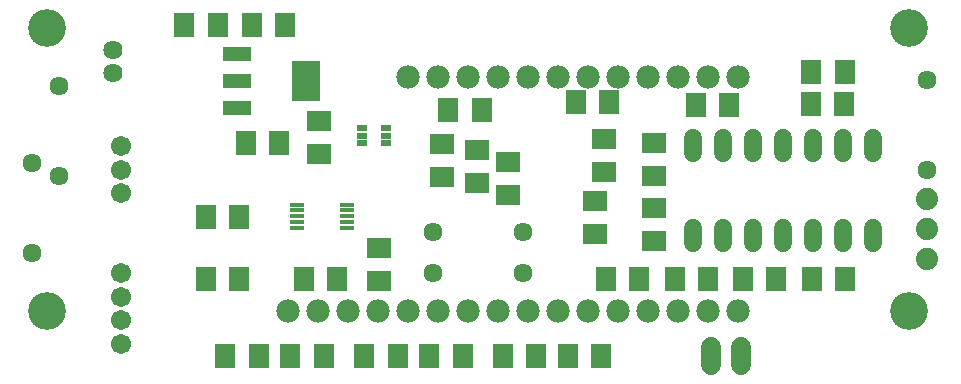
<source format=gbr>
G04 EAGLE Gerber RS-274X export*
G75*
%MOMM*%
%FSLAX34Y34*%
%LPD*%
%INSoldermask Top*%
%IPPOS*%
%AMOC8*
5,1,8,0,0,1.08239X$1,22.5*%
G01*
%ADD10C,3.203200*%
%ADD11C,1.981200*%
%ADD12R,2.006200X1.803200*%
%ADD13R,1.803200X2.006200*%
%ADD14R,2.003200X1.803200*%
%ADD15R,1.803200X2.003200*%
%ADD16C,1.524000*%
%ADD17C,1.625600*%
%ADD18R,1.203200X0.453200*%
%ADD19R,0.853200X0.553200*%
%ADD20C,1.879600*%
%ADD21C,1.727200*%
%ADD22C,1.703200*%
%ADD23C,1.611200*%
%ADD24R,2.353200X1.153200*%
%ADD25R,2.353200X3.453200*%


D10*
X150000Y400000D03*
X150000Y160000D03*
X880000Y400000D03*
X880000Y160000D03*
D11*
X734700Y358800D03*
X709300Y358800D03*
X683900Y358800D03*
X658500Y358800D03*
X633100Y358800D03*
X607700Y358800D03*
X582300Y358800D03*
X556900Y358800D03*
X531500Y358800D03*
X506100Y358800D03*
X480700Y358800D03*
X455300Y358800D03*
X379100Y160600D03*
X404500Y160600D03*
X429900Y160600D03*
X455300Y160600D03*
X480700Y160600D03*
X506100Y160600D03*
X531500Y160600D03*
X556900Y160600D03*
X582300Y160600D03*
X607700Y160600D03*
X633100Y160600D03*
X658500Y160600D03*
X683900Y160600D03*
X709300Y160600D03*
X734700Y160600D03*
X353700Y160600D03*
D12*
X614150Y253710D03*
X614150Y225270D03*
X664150Y247870D03*
X664150Y219430D03*
X663830Y274430D03*
X663830Y302870D03*
D13*
X681380Y187470D03*
X709820Y187470D03*
X738770Y187470D03*
X767210Y187470D03*
X797220Y187440D03*
X825660Y187440D03*
X825530Y363020D03*
X797090Y363020D03*
X727530Y334550D03*
X699090Y334550D03*
X517860Y330820D03*
X489420Y330820D03*
D12*
X513800Y268380D03*
X513800Y296820D03*
X484670Y273460D03*
X484670Y301900D03*
D14*
X621330Y305990D03*
X621330Y277990D03*
D15*
X623300Y187470D03*
X651300Y187470D03*
D14*
X540470Y258440D03*
X540470Y286440D03*
D15*
X796690Y335430D03*
X824690Y335430D03*
X597510Y337050D03*
X625510Y337050D03*
X284230Y187470D03*
X312230Y187470D03*
D16*
X697220Y217496D02*
X697220Y230704D01*
X722620Y230704D02*
X722620Y217496D01*
X849620Y217496D02*
X849620Y230704D01*
X849620Y293696D02*
X849620Y306904D01*
X748020Y230704D02*
X748020Y217496D01*
X773420Y217496D02*
X773420Y230704D01*
X824220Y230704D02*
X824220Y217496D01*
X798820Y217496D02*
X798820Y230704D01*
X824220Y293696D02*
X824220Y306904D01*
X798820Y306904D02*
X798820Y293696D01*
X773420Y293696D02*
X773420Y306904D01*
X748020Y306904D02*
X748020Y293696D01*
X722620Y293696D02*
X722620Y306904D01*
X697220Y306904D02*
X697220Y293696D01*
D17*
X205400Y361650D03*
X205400Y381650D03*
D18*
X403491Y230450D03*
X403491Y235450D03*
X403491Y240450D03*
X403491Y245450D03*
X403491Y250450D03*
X361229Y250450D03*
X361229Y245450D03*
X361229Y240450D03*
X361229Y235450D03*
X361229Y230450D03*
D12*
X430810Y213920D03*
X430810Y185480D03*
D13*
X367310Y187470D03*
X395750Y187470D03*
D15*
X284820Y239620D03*
X312820Y239620D03*
D19*
X416220Y315170D03*
X416220Y308670D03*
X416220Y302170D03*
X436720Y315170D03*
X436720Y308670D03*
X436720Y302170D03*
D20*
X895000Y255400D03*
X895000Y230000D03*
X895000Y204600D03*
D21*
X712300Y130120D02*
X712300Y114880D01*
X737700Y114880D02*
X737700Y130120D01*
D22*
X212500Y132500D03*
X212500Y152500D03*
X212500Y172500D03*
X212500Y192500D03*
X212500Y300000D03*
X212500Y280000D03*
X212500Y260000D03*
D13*
X329220Y122500D03*
X300780Y122500D03*
X446720Y122500D03*
X418280Y122500D03*
X564220Y122500D03*
X535780Y122500D03*
X590780Y122500D03*
X619220Y122500D03*
X473280Y122500D03*
X501720Y122500D03*
X355780Y122500D03*
X384220Y122500D03*
D23*
X476900Y192500D03*
X553100Y192500D03*
X553100Y227500D03*
X476900Y227500D03*
X895000Y279400D03*
X895000Y355600D03*
X137500Y209400D03*
X137500Y285600D03*
X160000Y274400D03*
X160000Y350600D03*
D24*
X311000Y378000D03*
X311000Y355000D03*
X311000Y332000D03*
D25*
X369000Y355000D03*
D14*
X380000Y293500D03*
X380000Y321500D03*
D13*
X351720Y402500D03*
X323280Y402500D03*
X265780Y402500D03*
X294220Y402500D03*
D15*
X346500Y302500D03*
X318500Y302500D03*
M02*

</source>
